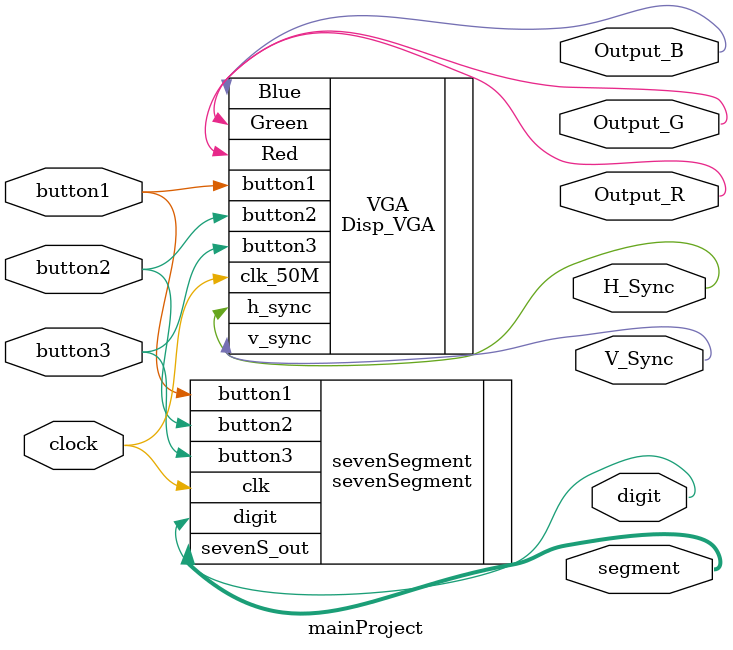
<source format=v>
module mainProject(
		input clock,    
		input button1,
		input button2,
		input button3,
        output H_Sync,         
        output Output_B,
        output Output_G, 
        output Output_R,         
        output V_Sync,
		output  digit,
		output [6:0] segment
);


Disp_VGA VGA(

    .clk_50M(clock),
	.button1(button1),
	.button2(button2),
	.button3(button3),
	.h_sync(H_Sync),
    .v_sync(V_Sync),
    .Red(Output_R),
    .Green(Output_G),
    .Blue(Output_B)
);
sevenSegment sevenSegment(

    .clk(clock),
	 .button1(button1),
	 .button2(button2),
	 .button3(button3),
	 .digit(digit),
	 .sevenS_out(segment)
);

endmodule 
</source>
